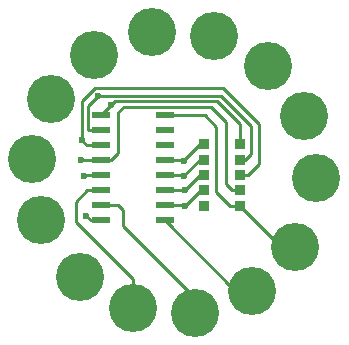
<source format=gbr>
G04 #@! TF.FileFunction,Copper,L1,Top,Signal*
%FSLAX46Y46*%
G04 Gerber Fmt 4.6, Leading zero omitted, Abs format (unit mm)*
G04 Created by KiCad (PCBNEW 4.0.7) date 07/05/18 15:34:05*
%MOMM*%
%LPD*%
G01*
G04 APERTURE LIST*
%ADD10C,0.100000*%
%ADD11C,4.064000*%
%ADD12R,0.900000X0.900000*%
%ADD13R,1.500000X0.600000*%
%ADD14C,0.600000*%
%ADD15C,0.250000*%
G04 APERTURE END LIST*
D10*
D11*
X157553660Y-82562700D03*
X159146240Y-77505560D03*
X162778440Y-73761600D03*
X167678100Y-71780400D03*
X172935900Y-72123300D03*
X177530760Y-74683620D03*
X180576220Y-78958440D03*
X181610000Y-84183220D03*
X161549080Y-92565220D03*
X176189640Y-93738700D03*
X171300140Y-95582740D03*
X166047420Y-95163640D03*
X158308040Y-87703660D03*
X179793900Y-89994740D03*
D12*
X175121700Y-86534300D03*
X175121700Y-81334300D03*
X175121700Y-85214300D03*
X175121700Y-82654300D03*
X175121700Y-83934300D03*
X172121700Y-82654300D03*
X172121700Y-86534300D03*
X172121700Y-81334300D03*
X172121700Y-85214300D03*
X172121700Y-83934300D03*
D13*
X163377900Y-78879700D03*
X163377900Y-80149700D03*
X163377900Y-81419700D03*
X163377900Y-82689700D03*
X163377900Y-83959700D03*
X163377900Y-85229700D03*
X163377900Y-86499700D03*
X163377900Y-87769700D03*
X168777900Y-87769700D03*
X168777900Y-86499700D03*
X168777900Y-85229700D03*
X168777900Y-83959700D03*
X168777900Y-82689700D03*
X168777900Y-81419700D03*
X168777900Y-80149700D03*
X168777900Y-78879700D03*
D14*
X161686240Y-82682080D03*
X161767520Y-80995520D03*
X163128960Y-77256640D03*
X164246560Y-78008480D03*
X170383200Y-82702400D03*
X170403520Y-83982560D03*
X170461940Y-85217000D03*
X170484800Y-86502240D03*
X162072320Y-87355680D03*
X161889440Y-83982560D03*
D15*
X161693860Y-82689700D02*
X163377900Y-82689700D01*
X161686240Y-82682080D02*
X161693860Y-82689700D01*
X175121700Y-85214300D02*
X174454660Y-85214300D01*
X164244020Y-82689700D02*
X163377900Y-82689700D01*
X164846000Y-82087720D02*
X164244020Y-82689700D01*
X164846000Y-78595220D02*
X164846000Y-82087720D01*
X165318018Y-78123202D02*
X164846000Y-78595220D01*
X172669200Y-78123202D02*
X165318018Y-78123202D01*
X173954440Y-79408442D02*
X172669200Y-78123202D01*
X173954440Y-84714080D02*
X173954440Y-79408442D01*
X174454660Y-85214300D02*
X173954440Y-84714080D01*
X161767520Y-80995520D02*
X161772600Y-81000600D01*
X161772600Y-81000600D02*
X161772600Y-81026000D01*
X175121700Y-83934300D02*
X175823880Y-83934300D01*
X162166300Y-81419700D02*
X163377900Y-81419700D01*
X161772600Y-81026000D02*
X162166300Y-81419700D01*
X161772600Y-77645260D02*
X161772600Y-81026000D01*
X162834320Y-76583540D02*
X161772600Y-77645260D01*
X173730920Y-76583540D02*
X162834320Y-76583540D01*
X176748440Y-79601060D02*
X173730920Y-76583540D01*
X176748440Y-83009740D02*
X176748440Y-79601060D01*
X175823880Y-83934300D02*
X176748440Y-83009740D01*
X163141660Y-77243940D02*
X163141660Y-77198220D01*
X163128960Y-77256640D02*
X163141660Y-77243940D01*
X175121700Y-82654300D02*
X175567180Y-82654300D01*
X175567180Y-82654300D02*
X176049940Y-82171540D01*
X176049940Y-82171540D02*
X176049940Y-79740760D01*
X176049940Y-79740760D02*
X173507400Y-77198220D01*
X173507400Y-77198220D02*
X163141660Y-77198220D01*
X163141660Y-77198220D02*
X162247580Y-78092300D01*
X162247580Y-78092300D02*
X162247580Y-80076040D01*
X162247580Y-80076040D02*
X162321240Y-80149700D01*
X162321240Y-80149700D02*
X163377900Y-80149700D01*
X164246560Y-78008480D02*
X164247840Y-78009760D01*
X164247840Y-78009760D02*
X164246560Y-78008480D01*
X164246560Y-78008480D02*
X164246560Y-78011040D01*
X175121700Y-81334300D02*
X175121700Y-79622780D01*
X164584400Y-77673200D02*
X164246560Y-78011040D01*
X164246560Y-78011040D02*
X163377900Y-78879700D01*
X173172120Y-77673200D02*
X164584400Y-77673200D01*
X175121700Y-79622780D02*
X173172120Y-77673200D01*
X170395900Y-82689700D02*
X170418760Y-82689700D01*
X170383200Y-82702400D02*
X170395900Y-82689700D01*
X172121700Y-81334300D02*
X171774160Y-81334300D01*
X171774160Y-81334300D02*
X170418760Y-82689700D01*
X170418760Y-82689700D02*
X168777900Y-82689700D01*
X170406060Y-83980020D02*
X170406060Y-83959700D01*
X170403520Y-83982560D02*
X170406060Y-83980020D01*
X172121700Y-82654300D02*
X171711460Y-82654300D01*
X171711460Y-82654300D02*
X170406060Y-83959700D01*
X170406060Y-83959700D02*
X168777900Y-83959700D01*
X170461940Y-85217000D02*
X170449240Y-85229700D01*
X172121700Y-83934300D02*
X171744640Y-83934300D01*
X171744640Y-83934300D02*
X170449240Y-85229700D01*
X170449240Y-85229700D02*
X168777900Y-85229700D01*
X170484800Y-86502240D02*
X170487340Y-86499700D01*
X170487340Y-86499700D02*
X170548300Y-86499700D01*
X172121700Y-85214300D02*
X171833700Y-85214300D01*
X171833700Y-85214300D02*
X170548300Y-86499700D01*
X170548300Y-86499700D02*
X168777900Y-86499700D01*
X162486340Y-87769700D02*
X163377900Y-87769700D01*
X162072320Y-87355680D02*
X162486340Y-87769700D01*
X161889440Y-83982560D02*
X161912300Y-83959700D01*
X161912300Y-83959700D02*
X163377900Y-83959700D01*
X176189640Y-93738700D02*
X174746900Y-93738700D01*
X174746900Y-93738700D02*
X168777900Y-87769700D01*
X171300140Y-95582740D02*
X171300140Y-94325440D01*
X171300140Y-94325440D02*
X165209220Y-88234520D01*
X165209220Y-88234520D02*
X165209220Y-86893400D01*
X165209220Y-86893400D02*
X164815520Y-86499700D01*
X164815520Y-86499700D02*
X163377900Y-86499700D01*
X166047420Y-95163640D02*
X166047420Y-92732860D01*
X162179000Y-85229700D02*
X163377900Y-85229700D01*
X161241740Y-86166960D02*
X162179000Y-85229700D01*
X161241740Y-87927180D02*
X161241740Y-86166960D01*
X166047420Y-92732860D02*
X161241740Y-87927180D01*
X179793900Y-89994740D02*
X178582140Y-89994740D01*
X178582140Y-89994740D02*
X175145520Y-86558120D01*
X175145520Y-86558120D02*
X174261780Y-86558120D01*
X174261780Y-86558120D02*
X173088300Y-85384640D01*
X173088300Y-85384640D02*
X173088300Y-79824580D01*
X173088300Y-79824580D02*
X172143420Y-78879700D01*
X172143420Y-78879700D02*
X168777900Y-78879700D01*
M02*

</source>
